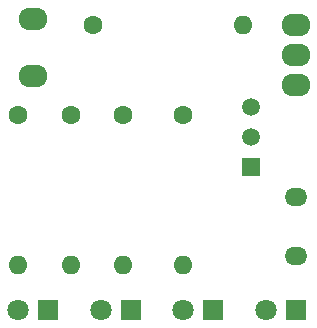
<source format=gbr>
G04 #@! TF.FileFunction,Copper,L1,Top,Signal*
%FSLAX46Y46*%
G04 Gerber Fmt 4.6, Leading zero omitted, Abs format (unit mm)*
G04 Created by KiCad (PCBNEW 4.0.7) date 03/14/18 22:24:58*
%MOMM*%
%LPD*%
G01*
G04 APERTURE LIST*
%ADD10C,0.100000*%
%ADD11R,1.800000X1.800000*%
%ADD12C,1.800000*%
%ADD13C,1.520000*%
%ADD14R,1.520000X1.520000*%
%ADD15C,1.600000*%
%ADD16O,1.600000X1.600000*%
%ADD17O,2.438400X1.905000*%
%ADD18O,1.905000X1.524000*%
G04 APERTURE END LIST*
D10*
D11*
X131445000Y-134620000D03*
D12*
X128905000Y-134620000D03*
D13*
X148590000Y-120015000D03*
X148590000Y-117475000D03*
D14*
X148590000Y-122555000D03*
D15*
X135255000Y-110490000D03*
D16*
X147955000Y-110490000D03*
D17*
X130175000Y-109982000D03*
X130175000Y-114808000D03*
D15*
X133350000Y-118110000D03*
D16*
X133350000Y-130810000D03*
D15*
X128905000Y-118110000D03*
D16*
X128905000Y-130810000D03*
D15*
X137795000Y-118110000D03*
D16*
X137795000Y-130810000D03*
D15*
X142875000Y-118110000D03*
D16*
X142875000Y-130810000D03*
D17*
X152400000Y-110490000D03*
X152400000Y-113030000D03*
X152400000Y-115570000D03*
D18*
X152400000Y-125095000D03*
X152400000Y-130048000D03*
D11*
X138430000Y-134620000D03*
D12*
X135890000Y-134620000D03*
D11*
X145415000Y-134620000D03*
D12*
X142875000Y-134620000D03*
D11*
X152400000Y-134620000D03*
D12*
X149860000Y-134620000D03*
M02*

</source>
